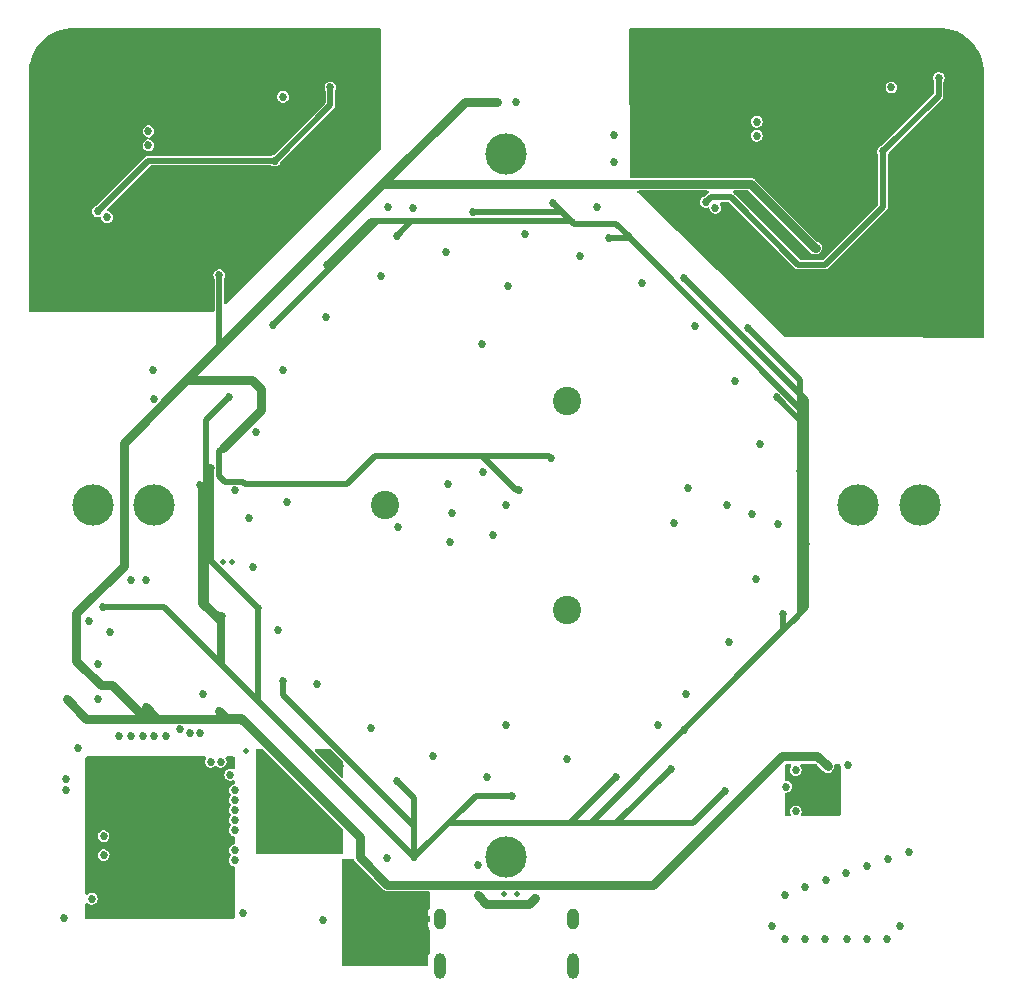
<source format=gbr>
%TF.GenerationSoftware,KiCad,Pcbnew,(6.0.8)*%
%TF.CreationDate,2022-10-28T16:32:11+02:00*%
%TF.ProjectId,view_base,76696577-5f62-4617-9365-2e6b69636164,rev?*%
%TF.SameCoordinates,Original*%
%TF.FileFunction,Copper,L3,Inr*%
%TF.FilePolarity,Positive*%
%FSLAX46Y46*%
G04 Gerber Fmt 4.6, Leading zero omitted, Abs format (unit mm)*
G04 Created by KiCad (PCBNEW (6.0.8)) date 2022-10-28 16:32:11*
%MOMM*%
%LPD*%
G01*
G04 APERTURE LIST*
%TA.AperFunction,ComponentPad*%
%ADD10C,0.600000*%
%TD*%
%TA.AperFunction,ComponentPad*%
%ADD11C,2.400000*%
%TD*%
%TA.AperFunction,ComponentPad*%
%ADD12C,3.500000*%
%TD*%
%TA.AperFunction,ComponentPad*%
%ADD13O,1.000000X2.200000*%
%TD*%
%TA.AperFunction,ComponentPad*%
%ADD14O,1.000000X1.800000*%
%TD*%
%TA.AperFunction,ViaPad*%
%ADD15C,0.685800*%
%TD*%
%TA.AperFunction,ViaPad*%
%ADD16C,0.500000*%
%TD*%
%TA.AperFunction,Conductor*%
%ADD17C,0.508000*%
%TD*%
%TA.AperFunction,Conductor*%
%ADD18C,0.762000*%
%TD*%
G04 APERTURE END LIST*
D10*
%TO.N,GND*%
%TO.C,U5*%
X125450000Y-124675000D03*
X125450000Y-123675000D03*
X126450000Y-123675000D03*
X126450000Y-124675000D03*
%TD*%
D11*
%TO.N,unconnected-(H3-Pad1)*%
%TO.C,H3*%
X105125427Y-91122500D03*
%TD*%
%TO.N,unconnected-(H1-Pad1)*%
%TO.C,H1*%
X105125427Y-108877499D03*
%TD*%
%TO.N,unconnected-(H2-Pad1)*%
%TO.C,H2*%
X89749146Y-100000000D03*
%TD*%
D12*
%TO.N,unconnected-(H4-Pad1)*%
%TO.C,H4*%
X100000000Y-129800000D03*
%TD*%
%TO.N,unconnected-(H5-Pad1)*%
%TO.C,H5*%
X70200000Y-100000000D03*
%TD*%
%TO.N,unconnected-(H6-Pad1)*%
%TO.C,H6*%
X100000000Y-70200000D03*
%TD*%
%TO.N,unconnected-(H7-Pad1)*%
%TO.C,H7*%
X129800000Y-100000000D03*
%TD*%
D13*
%TO.N,GND*%
%TO.C,J2*%
X94380000Y-139000000D03*
X105620000Y-139000000D03*
D14*
X105620000Y-135000000D03*
X94380000Y-135000000D03*
%TD*%
D12*
%TO.N,unconnected-(H8-Pad1)*%
%TO.C,H8*%
X135000000Y-100000000D03*
%TD*%
%TO.N,unconnected-(H9-Pad1)*%
%TO.C,H9*%
X65000000Y-100000000D03*
%TD*%
D15*
%TO.N,GND*%
X85100000Y-121100000D03*
X85900000Y-122100000D03*
X81000000Y-124900000D03*
X79900000Y-123900000D03*
X80700000Y-128600000D03*
X79700000Y-128600000D03*
%TO.N,+5V*%
X113900000Y-122300000D03*
%TO.N,/IN2A+*%
X100000000Y-118562500D03*
%TO.N,GND*%
X114200000Y-101500000D03*
X120800000Y-100700000D03*
%TO.N,/AVDD*%
X115400000Y-98500000D03*
%TO.N,/IN2B+*%
X118662500Y-100000000D03*
%TO.N,/STRAIN2_DO*%
X109100000Y-70900000D03*
%TO.N,/STRAIN2_SCK*%
X109100000Y-68600000D03*
%TO.N,/STRAIN2_DO*%
X92100000Y-74800000D03*
%TO.N,/STRAIN2_SCK*%
X90000000Y-74700000D03*
X70100000Y-88500000D03*
%TO.N,/STRAIN2_DO*%
X70148676Y-90948676D03*
%TO.N,+3V3*%
X126200000Y-78199992D03*
%TO.N,GND*%
X123102088Y-83802085D03*
X121900000Y-82600000D03*
X124099996Y-84500001D03*
X127499997Y-84500000D03*
X139100002Y-83200007D03*
X139100000Y-81500000D03*
X114702087Y-75302083D03*
X119510408Y-80110408D03*
X120712489Y-81312489D03*
X113500000Y-74100000D03*
X115904167Y-76504158D03*
X117106245Y-77706248D03*
X118308324Y-78908331D03*
X112300003Y-64300006D03*
X112300001Y-71100002D03*
X112300000Y-62600000D03*
X112300007Y-65999999D03*
X112299998Y-67700003D03*
X112299995Y-69400002D03*
X120799994Y-60900003D03*
X114000000Y-60900001D03*
X112299996Y-60900001D03*
X122500000Y-60900000D03*
X119100001Y-60900007D03*
X117399996Y-60899999D03*
X115699997Y-60900000D03*
%TO.N,/STRAIN2_DO*%
X121200000Y-68699998D03*
%TO.N,/AVDD*%
X131899998Y-69999997D03*
%TO.N,GND*%
X127499996Y-60899999D03*
X130900000Y-60900006D03*
X137699997Y-61399998D03*
X132599993Y-60900002D03*
X124099995Y-60900000D03*
%TO.N,/AVDD*%
X136600000Y-63799999D03*
%TO.N,GND*%
X138799994Y-62800003D03*
X129199995Y-60899998D03*
X139100000Y-76400000D03*
%TO.N,/IN2B+*%
X117700001Y-74799999D03*
%TO.N,/AVDD*%
X116899999Y-74299997D03*
%TO.N,GND*%
X129200004Y-84500002D03*
X139100001Y-74699999D03*
X139099993Y-64500001D03*
X137700000Y-84500000D03*
X139099995Y-66200002D03*
X139099999Y-72999994D03*
X139099999Y-69600001D03*
X125799999Y-60900000D03*
X134299999Y-60899999D03*
X139099997Y-78099997D03*
X130899997Y-84499999D03*
%TO.N,/IN2A+*%
X132599999Y-64599999D03*
%TO.N,/STRAIN2_SCK*%
X121199999Y-67499999D03*
%TO.N,GND*%
X134300006Y-84499997D03*
X139099993Y-79800001D03*
X135999998Y-60899999D03*
X139099996Y-71300002D03*
X135999999Y-84499999D03*
X139099995Y-67900002D03*
%TO.N,/AVDD*%
X97900000Y-86300000D03*
X85100000Y-64600000D03*
%TO.N,GND*%
X77100000Y-80500000D03*
X79697917Y-77702084D03*
X80893759Y-76506246D03*
X83297917Y-74102084D03*
X82095839Y-75304161D03*
X84493759Y-72906246D03*
X86897917Y-70502084D03*
X85695839Y-71704161D03*
X88100000Y-69299999D03*
X88100000Y-67600003D03*
X88100000Y-64199999D03*
X88100000Y-62500003D03*
X84700000Y-60800000D03*
X86400000Y-60800000D03*
X88099998Y-60800001D03*
X79600000Y-60800000D03*
X81300000Y-60800000D03*
X84700000Y-60800000D03*
X82999998Y-60800001D03*
X76200000Y-60800000D03*
X79600000Y-60800000D03*
X77899998Y-60800001D03*
X71100000Y-60800000D03*
X74500000Y-60800000D03*
X72799998Y-60800001D03*
X69400000Y-60800000D03*
X66000000Y-60800000D03*
X67699998Y-60800001D03*
X64300000Y-60800000D03*
X62600000Y-61100000D03*
X60700000Y-63900000D03*
X61200000Y-62200000D03*
X60700000Y-65600000D03*
X60700000Y-69000000D03*
X60700000Y-67300000D03*
X60700000Y-70700000D03*
X60700000Y-74100000D03*
X60700000Y-72400000D03*
X60700000Y-75800000D03*
X62900000Y-82300000D03*
X64600000Y-82300000D03*
X68000000Y-82300000D03*
X69700000Y-82300000D03*
X71400000Y-82300000D03*
X73100000Y-82300000D03*
X74800000Y-82300000D03*
%TO.N,/IN1A+*%
X100100000Y-81437500D03*
%TO.N,/IN1B+*%
X81437500Y-99700000D03*
X66200000Y-75600000D03*
%TO.N,/IN1A+*%
X81100000Y-65400000D03*
%TO.N,/AVDD*%
X80400000Y-70800000D03*
X65400000Y-75100000D03*
%TO.N,/STRAIN1_DO*%
X62700000Y-123200000D03*
%TO.N,/STRAIN1_SCK*%
X62700000Y-124100000D03*
%TO.N,/STRAIN1_DO*%
X69700000Y-69500000D03*
%TO.N,/STRAIN1_SCK*%
X69700000Y-68300000D03*
%TO.N,+3V3*%
X75700000Y-80500000D03*
%TO.N,GND*%
X77700000Y-134500000D03*
X63700000Y-120500000D03*
D16*
X77947813Y-120784827D03*
D15*
%TO.N,+3V3*%
X99200000Y-65800000D03*
%TO.N,GND*%
X100800000Y-65800000D03*
%TO.N,/SDA*%
X69500000Y-106300000D03*
%TO.N,/SCL*%
X68200000Y-106300000D03*
%TO.N,/LED_DATA_5V*%
X66400000Y-110700000D03*
D16*
%TO.N,/SCL*%
X76800000Y-104800000D03*
%TO.N,/SDA*%
X76000000Y-104800000D03*
D15*
%TO.N,/MAG_DO*%
X90800000Y-101800000D03*
X78200000Y-101100000D03*
%TO.N,+5V*%
X65875000Y-108625000D03*
X118500000Y-124200000D03*
X78950000Y-108700000D03*
X75900000Y-109400000D03*
X74100000Y-98250000D03*
X74950000Y-96850000D03*
X76550000Y-90800000D03*
X80200000Y-84750000D03*
X84850000Y-79600000D03*
X90750000Y-77150000D03*
X97200000Y-75150000D03*
X103950000Y-74350000D03*
X108700000Y-77350000D03*
X115000000Y-80700000D03*
X120500000Y-84950000D03*
X122900000Y-90850000D03*
X124900000Y-97100000D03*
X125400000Y-103300000D03*
X123450000Y-109200000D03*
X115000000Y-119000000D03*
X109300000Y-122950000D03*
X100500000Y-124603600D03*
X90750000Y-123300000D03*
X81100000Y-114900000D03*
%TO.N,GND*%
X107700000Y-74750000D03*
X65900000Y-124449999D03*
X66250000Y-132050000D03*
X68050000Y-132050000D03*
X69850000Y-132050000D03*
X71650000Y-132050000D03*
X75249999Y-132050000D03*
X73450000Y-132050000D03*
X75900000Y-129099999D03*
X75900000Y-127300000D03*
X75900000Y-125499999D03*
X75900000Y-123700000D03*
X74900000Y-122650000D03*
X71100000Y-122650000D03*
X69500000Y-122650000D03*
X67700000Y-122650000D03*
X65900000Y-122650000D03*
X72350000Y-129150000D03*
X70700000Y-129150000D03*
X69050000Y-129150000D03*
X69050000Y-127500000D03*
X70700000Y-127500000D03*
X72350000Y-127500000D03*
X72350000Y-125850000D03*
X70700000Y-125850000D03*
X69050000Y-125850000D03*
X127800000Y-122800000D03*
X127319400Y-125544400D03*
%TO.N,/USB_D-*%
X97600000Y-130400000D03*
D16*
%TO.N,/USB_D+*%
X100900000Y-132900000D03*
X99800000Y-132900000D03*
D15*
%TO.N,GND*%
X89900000Y-129850000D03*
X91500000Y-138100000D03*
X89900000Y-138100000D03*
X88300000Y-138100000D03*
X91500000Y-136800000D03*
X89900000Y-136800000D03*
X88300000Y-136800000D03*
%TO.N,+3V3*%
X127200000Y-122100000D03*
X87600000Y-129800000D03*
%TO.N,+5V*%
X92200000Y-129800000D03*
X102400000Y-133200000D03*
X97600000Y-133000000D03*
%TO.N,/TMC_VL*%
X77000000Y-124950000D03*
%TO.N,/TMC_DIAG*%
X77000000Y-124100000D03*
%TO.N,/TMC_WL*%
X77000000Y-125800000D03*
%TO.N,/TMC_UL*%
X77000000Y-126650000D03*
%TO.N,/TMC_WH*%
X77000000Y-127500000D03*
%TO.N,/TMC_VH*%
X77000000Y-129200000D03*
%TO.N,/TMC_UH*%
X77000000Y-130050000D03*
%TO.N,GND*%
X133300000Y-135600000D03*
X132200000Y-136700000D03*
X130500000Y-136700000D03*
X128800000Y-136700000D03*
X127000000Y-136700000D03*
X125300000Y-136700000D03*
X123600000Y-136700000D03*
X122500000Y-135600000D03*
X128900000Y-122000000D03*
%TO.N,Net-(J3-Pad1)*%
X124500000Y-125900000D03*
%TO.N,Net-(J3-Pad3)*%
X124500000Y-122400000D03*
%TO.N,Net-(J3-Pad2)*%
X123700000Y-123800000D03*
%TO.N,/TMC_UH*%
X123600000Y-132975000D03*
%TO.N,/TMC_WL*%
X130500000Y-130525000D03*
%TO.N,/TMC_DIAG*%
X134050000Y-129325000D03*
%TO.N,/TMC_VL*%
X132275000Y-129925000D03*
%TO.N,/TMC_UL*%
X128775000Y-131125000D03*
%TO.N,/TMC_WH*%
X127075000Y-131725000D03*
%TO.N,/TMC_VH*%
X125300000Y-132325000D03*
%TO.N,+3V3*%
X103800000Y-96000000D03*
%TO.N,GND*%
X93775000Y-121175000D03*
X98400000Y-123000000D03*
X105125000Y-121450000D03*
X112850000Y-118600000D03*
X115225000Y-116000000D03*
X118850000Y-111550000D03*
X121175000Y-106200000D03*
X123000000Y-101600000D03*
X121475000Y-94825000D03*
X119375000Y-89425000D03*
X115975000Y-84775000D03*
X111500000Y-81125000D03*
X106225000Y-78850000D03*
X101600000Y-77000000D03*
X94875000Y-78525000D03*
X89400000Y-80600000D03*
X84725000Y-84050000D03*
X81125000Y-88500000D03*
X78800000Y-93800000D03*
X77000000Y-98700000D03*
X83975000Y-115150000D03*
X88500000Y-118850000D03*
X80625000Y-110550000D03*
X78525000Y-105200000D03*
X64675000Y-109750000D03*
%TO.N,+3V3*%
X69500000Y-117100000D03*
X62800000Y-116400000D03*
%TO.N,/MAG_CSN*%
X95200000Y-103100000D03*
%TO.N,/MAG_CLK*%
X95400000Y-100600000D03*
%TO.N,/MAG_DO*%
X95100000Y-98200000D03*
%TO.N,+3V3*%
X75700000Y-117400000D03*
%TO.N,GND*%
X74300000Y-116000000D03*
%TO.N,/ESP32_EN*%
X84500000Y-135100000D03*
%TO.N,GND*%
X62549999Y-134950001D03*
%TO.N,/SCL*%
X65400000Y-113400000D03*
%TO.N,/SDA*%
X65400000Y-116400000D03*
%TO.N,/USB_D-*%
X71200000Y-119500000D03*
%TO.N,/USB_D+*%
X70200000Y-119500000D03*
%TO.N,/MAG_CSN*%
X69200000Y-119500000D03*
%TO.N,/MAG_CLK*%
X68187697Y-119500000D03*
%TO.N,/MAG_DO*%
X67200000Y-119500000D03*
%TO.N,Net-(IC1-Pad12)*%
X98900000Y-102500000D03*
%TO.N,Net-(IC1-Pad2)*%
X98000000Y-97200000D03*
%TO.N,+3V3*%
X101088059Y-98691400D03*
%TO.N,GND*%
X100000000Y-100000000D03*
%TO.N,/LCD_BL*%
X72400000Y-118900000D03*
%TO.N,/LCD_CMD*%
X73212303Y-119274606D03*
%TO.N,/LCD_CS*%
X74100000Y-119274606D03*
%TO.N,/LCD_SCK*%
X75000000Y-121700000D03*
%TO.N,/LCD_DATA*%
X75812303Y-121700000D03*
%TO.N,/LCD_RST*%
X76624606Y-122800000D03*
%TO.N,/ESP32_EN*%
X64900000Y-133300000D03*
%TO.N,Net-(TP3-Pad1)*%
X65900000Y-128000000D03*
%TO.N,Net-(TP4-Pad1)*%
X65900000Y-129600000D03*
%TD*%
D17*
%TO.N,+5V*%
X115800000Y-126900000D02*
X109200000Y-126900000D01*
X109200000Y-126900000D02*
X95100000Y-126900000D01*
X113900000Y-122300000D02*
X109300000Y-126900000D01*
X109300000Y-126900000D02*
X109200000Y-126900000D01*
%TO.N,+3V3*%
X103800000Y-96000000D02*
X103600000Y-95800000D01*
X103600000Y-95800000D02*
X97900000Y-95800000D01*
%TO.N,+5V*%
X97403600Y-124596400D02*
X92200000Y-129800000D01*
X100500000Y-124603600D02*
X100492800Y-124596400D01*
X100492800Y-124596400D02*
X97403600Y-124596400D01*
%TO.N,/AVDD*%
X116899999Y-74299997D02*
X117299996Y-73900000D01*
X119000000Y-73900000D02*
X124700000Y-79600000D01*
X124700000Y-79600000D02*
X127000000Y-79600000D01*
X117299996Y-73900000D02*
X119000000Y-73900000D01*
X127000000Y-79600000D02*
X131899998Y-74700002D01*
X131899998Y-74700002D02*
X131899998Y-69999997D01*
X131899998Y-69999997D02*
X136600000Y-65299995D01*
X136600000Y-65299995D02*
X136600000Y-63799999D01*
D18*
%TO.N,+3V3*%
X126200000Y-78199992D02*
X126099992Y-78199992D01*
X89500000Y-72800000D02*
X89150000Y-73150000D01*
X126099992Y-78199992D02*
X120700000Y-72800000D01*
X120700000Y-72800000D02*
X89500000Y-72800000D01*
X75600000Y-86700000D02*
X89150000Y-73150000D01*
X89150000Y-73150000D02*
X96500000Y-65800000D01*
X72900000Y-89400000D02*
X75600000Y-86700000D01*
D17*
X75700000Y-80500000D02*
X75700000Y-86600000D01*
X75700000Y-86600000D02*
X75600000Y-86700000D01*
%TO.N,/AVDD*%
X80400000Y-70800000D02*
X85100000Y-66100000D01*
X85100000Y-66100000D02*
X85100000Y-64600000D01*
%TO.N,+3V3*%
X76000000Y-95100000D02*
X75700000Y-95400000D01*
X75700000Y-97500000D02*
X76176100Y-97976100D01*
X75700000Y-95400000D02*
X75700000Y-97500000D01*
X76176100Y-97976100D02*
X77676100Y-97976100D01*
X77676100Y-97976100D02*
X77900000Y-98200000D01*
X77900000Y-98200000D02*
X86500000Y-98200000D01*
X86500000Y-98200000D02*
X88900000Y-95800000D01*
X88900000Y-95800000D02*
X97900000Y-95800000D01*
%TO.N,/AVDD*%
X65400000Y-75100000D02*
X69700000Y-70800000D01*
X69700000Y-70800000D02*
X80400000Y-70800000D01*
D18*
%TO.N,+3V3*%
X78100000Y-118600000D02*
X77500000Y-118000000D01*
X77500000Y-118000000D02*
X76300000Y-118000000D01*
X76300000Y-118000000D02*
X75700000Y-117400000D01*
X78100000Y-118600000D02*
X77549100Y-118049100D01*
X77549100Y-118049100D02*
X72150900Y-118049100D01*
X87600000Y-129800000D02*
X87600000Y-128100000D01*
X87600000Y-128100000D02*
X78100000Y-118600000D01*
X96500000Y-65800000D02*
X99200000Y-65800000D01*
D17*
X97900000Y-95800000D02*
X100791400Y-98691400D01*
X100791400Y-98691400D02*
X101088059Y-98691400D01*
D18*
X79200000Y-90100000D02*
X79200000Y-90900000D01*
X78500000Y-89400000D02*
X79200000Y-90100000D01*
X79200000Y-90900000D02*
X79200000Y-91900000D01*
X79200000Y-91900000D02*
X76000000Y-95100000D01*
X78500000Y-89400000D02*
X72900000Y-89400000D01*
X72900000Y-89400000D02*
X67600000Y-94700000D01*
X67600000Y-94700000D02*
X67600000Y-105100000D01*
X67600000Y-105100000D02*
X63600000Y-109100000D01*
X66601800Y-115200000D02*
X69450900Y-118049100D01*
X63600000Y-109100000D02*
X63600000Y-113160100D01*
X63600000Y-113160100D02*
X65639900Y-115200000D01*
X65639900Y-115200000D02*
X66601800Y-115200000D01*
D17*
%TO.N,+5V*%
X74600000Y-108300000D02*
X75700000Y-109400000D01*
X75700000Y-109400000D02*
X75900000Y-109400000D01*
X74600000Y-92750000D02*
X74600000Y-108300000D01*
X76550000Y-90800000D02*
X74600000Y-92750000D01*
X76500000Y-90800000D02*
X76550000Y-90800000D01*
D18*
%TO.N,+3V3*%
X72150900Y-118049100D02*
X69450900Y-118049100D01*
X69450900Y-118049100D02*
X64449100Y-118049100D01*
%TO.N,+5V*%
X100568214Y-133701000D02*
X100567214Y-133700000D01*
X100132786Y-133700000D02*
X100131786Y-133701000D01*
D17*
X74150000Y-108300000D02*
X75750000Y-109900000D01*
X89014536Y-75935464D02*
X89414536Y-75935464D01*
X105535464Y-75935464D02*
X105750000Y-76150000D01*
X110450000Y-77300000D02*
X110450000Y-77350000D01*
X125400000Y-92300000D02*
X125400000Y-93350000D01*
X124900000Y-109100000D02*
X124400000Y-109600000D01*
D18*
X102400000Y-133200000D02*
X101899000Y-133701000D01*
X100567214Y-133700000D02*
X100132786Y-133700000D01*
X101899000Y-133701000D02*
X100568214Y-133701000D01*
X100131786Y-133701000D02*
X98301000Y-133701000D01*
X98301000Y-133701000D02*
X97600000Y-133000000D01*
D17*
X65875000Y-108625000D02*
X71025000Y-108625000D01*
X71025000Y-108625000D02*
X75750000Y-113350000D01*
X74100000Y-98250000D02*
X74150000Y-98300000D01*
X75750000Y-109900000D02*
X75750000Y-113350000D01*
X74150000Y-98300000D02*
X74150000Y-108300000D01*
X75750000Y-113350000D02*
X92200000Y-129800000D01*
X78950000Y-108700000D02*
X74950000Y-104700000D01*
X74950000Y-104700000D02*
X74950000Y-96850000D01*
X88514536Y-75935464D02*
X89414536Y-75935464D01*
X80200000Y-84750000D02*
X89014536Y-75935464D01*
X89414536Y-75935464D02*
X91964536Y-75935464D01*
X84850000Y-79600000D02*
X88514536Y-75935464D01*
X90750000Y-77150000D02*
X91964536Y-75935464D01*
X91964536Y-75935464D02*
X105535464Y-75935464D01*
X97200000Y-75150000D02*
X104750000Y-75150000D01*
X104750000Y-75150000D02*
X105750000Y-76150000D01*
X103950000Y-74350000D02*
X105750000Y-76150000D01*
X105750000Y-76150000D02*
X109300000Y-76150000D01*
X109300000Y-76150000D02*
X110450000Y-77300000D01*
X125400000Y-91100000D02*
X125400000Y-92300000D01*
X108700000Y-77350000D02*
X110450000Y-77350000D01*
X110450000Y-77350000D02*
X125400000Y-92300000D01*
X115000000Y-80700000D02*
X125400000Y-91100000D01*
X120500000Y-84950000D02*
X124900000Y-89350000D01*
X124900000Y-89350000D02*
X124900000Y-97100000D01*
X122900000Y-90850000D02*
X125400000Y-93350000D01*
X125400000Y-93350000D02*
X125400000Y-103300000D01*
X125400000Y-108600000D02*
X124400000Y-109600000D01*
X124400000Y-109600000D02*
X123450000Y-110550000D01*
X124900000Y-97100000D02*
X124900000Y-109100000D01*
X125400000Y-103300000D02*
X125400000Y-108600000D01*
X118500000Y-124200000D02*
X115800000Y-126900000D01*
X123450000Y-109200000D02*
X123450000Y-110550000D01*
X123450000Y-110550000D02*
X107150000Y-126850000D01*
X81100000Y-114900000D02*
X81100000Y-116050000D01*
X81100000Y-116050000D02*
X92200000Y-127150000D01*
X109300000Y-122950000D02*
X105400000Y-126850000D01*
X75900000Y-109400000D02*
X75900000Y-113500000D01*
X78950000Y-108700000D02*
X78950000Y-116550000D01*
X90750000Y-123300000D02*
X92200000Y-124750000D01*
X92200000Y-124750000D02*
X92200000Y-129800000D01*
D18*
%TO.N,+3V3*%
X72150900Y-118049100D02*
X70449100Y-118049100D01*
X64449100Y-118049100D02*
X62800000Y-116400000D01*
X70449100Y-118049100D02*
X69500000Y-117100000D01*
X87600000Y-129800000D02*
X89900000Y-132100000D01*
X89900000Y-132100000D02*
X112400000Y-132100000D01*
X112400000Y-132100000D02*
X123300000Y-121200000D01*
X123300000Y-121200000D02*
X126300000Y-121200000D01*
X126300000Y-121200000D02*
X127200000Y-122100000D01*
%TD*%
%TA.AperFunction,Conductor*%
%TO.N,GND*%
G36*
X124071993Y-121920002D02*
G01*
X124118486Y-121973658D01*
X124128590Y-122043932D01*
X124098315Y-122109406D01*
X124083372Y-122126326D01*
X124079558Y-122134449D01*
X124079557Y-122134451D01*
X124055158Y-122186419D01*
X124023307Y-122254260D01*
X124001563Y-122393910D01*
X124002727Y-122402812D01*
X124002727Y-122402815D01*
X124015648Y-122501622D01*
X124019889Y-122534050D01*
X124076810Y-122663413D01*
X124167751Y-122771600D01*
X124175222Y-122776573D01*
X124175223Y-122776574D01*
X124277928Y-122844941D01*
X124277931Y-122844942D01*
X124285401Y-122849915D01*
X124293965Y-122852591D01*
X124293968Y-122852592D01*
X124352852Y-122870989D01*
X124420303Y-122892062D01*
X124561612Y-122894652D01*
X124618319Y-122879192D01*
X124689309Y-122859838D01*
X124689311Y-122859837D01*
X124697968Y-122857477D01*
X124818409Y-122783526D01*
X124829204Y-122771600D01*
X124907226Y-122685403D01*
X124907227Y-122685402D01*
X124913254Y-122678743D01*
X124917353Y-122670284D01*
X124970963Y-122559632D01*
X124970963Y-122559631D01*
X124974877Y-122551553D01*
X124998325Y-122412179D01*
X124998474Y-122400000D01*
X124978438Y-122260095D01*
X124919941Y-122131437D01*
X124899960Y-122108248D01*
X124870646Y-122043586D01*
X124880945Y-121973340D01*
X124927587Y-121919813D01*
X124995413Y-121900000D01*
X126196155Y-121900000D01*
X126264276Y-121920002D01*
X126285250Y-121936905D01*
X126849967Y-122501622D01*
X126936632Y-122567404D01*
X127072028Y-122621010D01*
X127216852Y-122636231D01*
X127225319Y-122634799D01*
X127225320Y-122634799D01*
X127301539Y-122621908D01*
X127360435Y-122611947D01*
X127455093Y-122567404D01*
X127484428Y-122553600D01*
X127484429Y-122553599D01*
X127492197Y-122549944D01*
X127498695Y-122544335D01*
X127498698Y-122544333D01*
X127595931Y-122460403D01*
X127595933Y-122460401D01*
X127602432Y-122454791D01*
X127683018Y-122333500D01*
X127728018Y-122195005D01*
X127734116Y-122049511D01*
X127732154Y-122041145D01*
X127731843Y-122037857D01*
X127745346Y-121968156D01*
X127794389Y-121916820D01*
X127857284Y-121900000D01*
X128174000Y-121900000D01*
X128242121Y-121920002D01*
X128288614Y-121973658D01*
X128300000Y-122026000D01*
X128300000Y-126174000D01*
X128279998Y-126242121D01*
X128226342Y-126288614D01*
X128174000Y-126300000D01*
X125055561Y-126300000D01*
X124987440Y-126279998D01*
X124940947Y-126226342D01*
X124930843Y-126156068D01*
X124942169Y-126119062D01*
X124970963Y-126059632D01*
X124970963Y-126059631D01*
X124974877Y-126051553D01*
X124998325Y-125912179D01*
X124998474Y-125900000D01*
X124978438Y-125760095D01*
X124919941Y-125631437D01*
X124827684Y-125524368D01*
X124709086Y-125447497D01*
X124692411Y-125442510D01*
X124582280Y-125409573D01*
X124582278Y-125409573D01*
X124573679Y-125407001D01*
X124564704Y-125406946D01*
X124564703Y-125406946D01*
X124503989Y-125406575D01*
X124432349Y-125406138D01*
X124296458Y-125444976D01*
X124176929Y-125520393D01*
X124083372Y-125626326D01*
X124079558Y-125634449D01*
X124079557Y-125634451D01*
X124050512Y-125696316D01*
X124023307Y-125754260D01*
X124001563Y-125893910D01*
X124002727Y-125902812D01*
X124002727Y-125902815D01*
X124003316Y-125907317D01*
X124019889Y-126034050D01*
X124031146Y-126059632D01*
X124059140Y-126123254D01*
X124068268Y-126193661D01*
X124037881Y-126257826D01*
X123977628Y-126295377D01*
X123943811Y-126300000D01*
X123726000Y-126300000D01*
X123657879Y-126279998D01*
X123611386Y-126226342D01*
X123600000Y-126174000D01*
X123600000Y-124420021D01*
X123620002Y-124351900D01*
X123673658Y-124305407D01*
X123728308Y-124294042D01*
X123752634Y-124294488D01*
X123752638Y-124294488D01*
X123761612Y-124294652D01*
X123818319Y-124279192D01*
X123889309Y-124259838D01*
X123889311Y-124259837D01*
X123897968Y-124257477D01*
X124018409Y-124183526D01*
X124113254Y-124078743D01*
X124120682Y-124063413D01*
X124170963Y-123959632D01*
X124170963Y-123959631D01*
X124174877Y-123951553D01*
X124198325Y-123812179D01*
X124198474Y-123800000D01*
X124178438Y-123660095D01*
X124119941Y-123531437D01*
X124027684Y-123424368D01*
X123909086Y-123347497D01*
X123900486Y-123344925D01*
X123782280Y-123309573D01*
X123782278Y-123309573D01*
X123773679Y-123307001D01*
X123764704Y-123306946D01*
X123764703Y-123306946D01*
X123725230Y-123306705D01*
X123657233Y-123286287D01*
X123611069Y-123232348D01*
X123600000Y-123180707D01*
X123600000Y-122026000D01*
X123620002Y-121957879D01*
X123673658Y-121911386D01*
X123726000Y-121900000D01*
X124003872Y-121900000D01*
X124071993Y-121920002D01*
G37*
%TD.AperFunction*%
%TD*%
%TA.AperFunction,Conductor*%
%TO.N,GND*%
G36*
X74535925Y-121270002D02*
G01*
X74582418Y-121323658D01*
X74592522Y-121393932D01*
X74581859Y-121429548D01*
X74523307Y-121554260D01*
X74501563Y-121693910D01*
X74502727Y-121702812D01*
X74502727Y-121702815D01*
X74503316Y-121707317D01*
X74519889Y-121834050D01*
X74576810Y-121963413D01*
X74667751Y-122071600D01*
X74675222Y-122076573D01*
X74675223Y-122076574D01*
X74777928Y-122144941D01*
X74777931Y-122144942D01*
X74785401Y-122149915D01*
X74793965Y-122152591D01*
X74793968Y-122152592D01*
X74852852Y-122170989D01*
X74920303Y-122192062D01*
X75061612Y-122194652D01*
X75118319Y-122179192D01*
X75189309Y-122159838D01*
X75189311Y-122159837D01*
X75197968Y-122157477D01*
X75318409Y-122083526D01*
X75324431Y-122076873D01*
X75325643Y-122075867D01*
X75390833Y-122047745D01*
X75460877Y-122059330D01*
X75479797Y-122071986D01*
X75480054Y-122071600D01*
X75590231Y-122144941D01*
X75590234Y-122144942D01*
X75597704Y-122149915D01*
X75606268Y-122152591D01*
X75606271Y-122152592D01*
X75665155Y-122170989D01*
X75732606Y-122192062D01*
X75873915Y-122194652D01*
X75930622Y-122179192D01*
X76001612Y-122159838D01*
X76001614Y-122159837D01*
X76010271Y-122157477D01*
X76130712Y-122083526D01*
X76141507Y-122071600D01*
X76219529Y-121985403D01*
X76219530Y-121985402D01*
X76225557Y-121978743D01*
X76229656Y-121970284D01*
X76283266Y-121859632D01*
X76283266Y-121859631D01*
X76287180Y-121851553D01*
X76310628Y-121712179D01*
X76310777Y-121700000D01*
X76290741Y-121560095D01*
X76232244Y-121431437D01*
X76234741Y-121430302D01*
X76218843Y-121375734D01*
X76238989Y-121307656D01*
X76292743Y-121261276D01*
X76344843Y-121250000D01*
X76874000Y-121250000D01*
X76942121Y-121270002D01*
X76988614Y-121323658D01*
X77000000Y-121376000D01*
X77000000Y-122228723D01*
X76979998Y-122296844D01*
X76926342Y-122343337D01*
X76856068Y-122353441D01*
X76833879Y-122346872D01*
X76833692Y-122347497D01*
X76706886Y-122309573D01*
X76706884Y-122309573D01*
X76698285Y-122307001D01*
X76689310Y-122306946D01*
X76689309Y-122306946D01*
X76628595Y-122306575D01*
X76556955Y-122306138D01*
X76421064Y-122344976D01*
X76413477Y-122349763D01*
X76413475Y-122349764D01*
X76349519Y-122390117D01*
X76301535Y-122420393D01*
X76207978Y-122526326D01*
X76147913Y-122654260D01*
X76126169Y-122793910D01*
X76144495Y-122934050D01*
X76201416Y-123063413D01*
X76292357Y-123171600D01*
X76299828Y-123176573D01*
X76299829Y-123176574D01*
X76402534Y-123244941D01*
X76402537Y-123244942D01*
X76410007Y-123249915D01*
X76418571Y-123252591D01*
X76418574Y-123252592D01*
X76477458Y-123270988D01*
X76544909Y-123292062D01*
X76686218Y-123294652D01*
X76822574Y-123257477D01*
X76826276Y-123255204D01*
X76894422Y-123246794D01*
X76958400Y-123277573D01*
X76995582Y-123338055D01*
X77000000Y-123371128D01*
X77000000Y-123491769D01*
X76979998Y-123559890D01*
X76926342Y-123606383D01*
X76908625Y-123612918D01*
X76839626Y-123632638D01*
X76796458Y-123644976D01*
X76676929Y-123720393D01*
X76583372Y-123826326D01*
X76523307Y-123954260D01*
X76501563Y-124093910D01*
X76519889Y-124234050D01*
X76576810Y-124363413D01*
X76582585Y-124370283D01*
X76582588Y-124370288D01*
X76644915Y-124444435D01*
X76673436Y-124509451D01*
X76662280Y-124579565D01*
X76642906Y-124608917D01*
X76583372Y-124676326D01*
X76523307Y-124804260D01*
X76501563Y-124943910D01*
X76519889Y-125084050D01*
X76576810Y-125213413D01*
X76582585Y-125220283D01*
X76582588Y-125220288D01*
X76644915Y-125294435D01*
X76673436Y-125359451D01*
X76662280Y-125429565D01*
X76642906Y-125458917D01*
X76583372Y-125526326D01*
X76523307Y-125654260D01*
X76501563Y-125793910D01*
X76519889Y-125934050D01*
X76576810Y-126063413D01*
X76582585Y-126070283D01*
X76582588Y-126070288D01*
X76644915Y-126144435D01*
X76673436Y-126209451D01*
X76662280Y-126279565D01*
X76642906Y-126308917D01*
X76583372Y-126376326D01*
X76523307Y-126504260D01*
X76501563Y-126643910D01*
X76519889Y-126784050D01*
X76576810Y-126913413D01*
X76582585Y-126920283D01*
X76582588Y-126920288D01*
X76644915Y-126994435D01*
X76673436Y-127059451D01*
X76662280Y-127129565D01*
X76642906Y-127158917D01*
X76583372Y-127226326D01*
X76523307Y-127354260D01*
X76501563Y-127493910D01*
X76502727Y-127502812D01*
X76502727Y-127502815D01*
X76517984Y-127619485D01*
X76519889Y-127634050D01*
X76576810Y-127763413D01*
X76667751Y-127871600D01*
X76675222Y-127876573D01*
X76675223Y-127876574D01*
X76777928Y-127944941D01*
X76777931Y-127944942D01*
X76785401Y-127949915D01*
X76793965Y-127952591D01*
X76793968Y-127952592D01*
X76911575Y-127989335D01*
X76970631Y-128028741D01*
X76999008Y-128093820D01*
X77000000Y-128109602D01*
X77000000Y-128591769D01*
X76979998Y-128659890D01*
X76926342Y-128706383D01*
X76908625Y-128712918D01*
X76839626Y-128732638D01*
X76796458Y-128744976D01*
X76676929Y-128820393D01*
X76583372Y-128926326D01*
X76523307Y-129054260D01*
X76521927Y-129063124D01*
X76521926Y-129063127D01*
X76508437Y-129149764D01*
X76501563Y-129193910D01*
X76502727Y-129202812D01*
X76502727Y-129202815D01*
X76518725Y-129325151D01*
X76519889Y-129334050D01*
X76576810Y-129463413D01*
X76582585Y-129470283D01*
X76582588Y-129470288D01*
X76644915Y-129544435D01*
X76673436Y-129609451D01*
X76662280Y-129679565D01*
X76642906Y-129708917D01*
X76583372Y-129776326D01*
X76523307Y-129904260D01*
X76521927Y-129913124D01*
X76521926Y-129913127D01*
X76510234Y-129988222D01*
X76501563Y-130043910D01*
X76502727Y-130052812D01*
X76502727Y-130052815D01*
X76508198Y-130094652D01*
X76519889Y-130184050D01*
X76576810Y-130313413D01*
X76667751Y-130421600D01*
X76675222Y-130426573D01*
X76675223Y-130426574D01*
X76777928Y-130494941D01*
X76777931Y-130494942D01*
X76785401Y-130499915D01*
X76793965Y-130502591D01*
X76793968Y-130502592D01*
X76911575Y-130539335D01*
X76970631Y-130578741D01*
X76999008Y-130643820D01*
X77000000Y-130659602D01*
X77000000Y-134873500D01*
X76979998Y-134941621D01*
X76926342Y-134988114D01*
X76874000Y-134999500D01*
X64476000Y-134999500D01*
X64407879Y-134979498D01*
X64361386Y-134925842D01*
X64350000Y-134873500D01*
X64350000Y-133756878D01*
X64370002Y-133688757D01*
X64423658Y-133642264D01*
X64493932Y-133632160D01*
X64559982Y-133662947D01*
X64561976Y-133664729D01*
X64567751Y-133671600D01*
X64626576Y-133710758D01*
X64677928Y-133744941D01*
X64677931Y-133744942D01*
X64685401Y-133749915D01*
X64693965Y-133752591D01*
X64693968Y-133752592D01*
X64752852Y-133770989D01*
X64820303Y-133792062D01*
X64961612Y-133794652D01*
X65018319Y-133779192D01*
X65089309Y-133759838D01*
X65089311Y-133759837D01*
X65097968Y-133757477D01*
X65158189Y-133720501D01*
X65210761Y-133688222D01*
X65210762Y-133688222D01*
X65218409Y-133683526D01*
X65255758Y-133642264D01*
X65307226Y-133585403D01*
X65307227Y-133585402D01*
X65313254Y-133578743D01*
X65320682Y-133563413D01*
X65370963Y-133459632D01*
X65370963Y-133459631D01*
X65374877Y-133451553D01*
X65398325Y-133312179D01*
X65398474Y-133300000D01*
X65378438Y-133160095D01*
X65319941Y-133031437D01*
X65227684Y-132924368D01*
X65109086Y-132847497D01*
X65092411Y-132842510D01*
X64982280Y-132809573D01*
X64982278Y-132809573D01*
X64973679Y-132807001D01*
X64964704Y-132806946D01*
X64964703Y-132806946D01*
X64903989Y-132806575D01*
X64832349Y-132806138D01*
X64696458Y-132844976D01*
X64576929Y-132920393D01*
X64570986Y-132927122D01*
X64570985Y-132927123D01*
X64570440Y-132927740D01*
X64569748Y-132928175D01*
X64564151Y-132932939D01*
X64563463Y-132932131D01*
X64510353Y-132965557D01*
X64439360Y-132964886D01*
X64379999Y-132925939D01*
X64351118Y-132861082D01*
X64350000Y-132844331D01*
X64350000Y-129593910D01*
X65401563Y-129593910D01*
X65402727Y-129602812D01*
X65402727Y-129602815D01*
X65418725Y-129725151D01*
X65419889Y-129734050D01*
X65476810Y-129863413D01*
X65567751Y-129971600D01*
X65575222Y-129976573D01*
X65575223Y-129976574D01*
X65677928Y-130044941D01*
X65677931Y-130044942D01*
X65685401Y-130049915D01*
X65693965Y-130052591D01*
X65693968Y-130052592D01*
X65752852Y-130070989D01*
X65820303Y-130092062D01*
X65961612Y-130094652D01*
X66018319Y-130079192D01*
X66089309Y-130059838D01*
X66089311Y-130059837D01*
X66097968Y-130057477D01*
X66218409Y-129983526D01*
X66229204Y-129971600D01*
X66307226Y-129885403D01*
X66307227Y-129885402D01*
X66313254Y-129878743D01*
X66317353Y-129870284D01*
X66370963Y-129759632D01*
X66370963Y-129759631D01*
X66374877Y-129751553D01*
X66398325Y-129612179D01*
X66398474Y-129600000D01*
X66378438Y-129460095D01*
X66319941Y-129331437D01*
X66227684Y-129224368D01*
X66109086Y-129147497D01*
X66092411Y-129142510D01*
X65982280Y-129109573D01*
X65982278Y-129109573D01*
X65973679Y-129107001D01*
X65964704Y-129106946D01*
X65964703Y-129106946D01*
X65903989Y-129106575D01*
X65832349Y-129106138D01*
X65696458Y-129144976D01*
X65576929Y-129220393D01*
X65483372Y-129326326D01*
X65479558Y-129334449D01*
X65479557Y-129334451D01*
X65471528Y-129351553D01*
X65423307Y-129454260D01*
X65421927Y-129463124D01*
X65421926Y-129463127D01*
X65403180Y-129583526D01*
X65401563Y-129593910D01*
X64350000Y-129593910D01*
X64350000Y-127993910D01*
X65401563Y-127993910D01*
X65402727Y-128002812D01*
X65402727Y-128002815D01*
X65414628Y-128093820D01*
X65419889Y-128134050D01*
X65476810Y-128263413D01*
X65567751Y-128371600D01*
X65575222Y-128376573D01*
X65575223Y-128376574D01*
X65677928Y-128444941D01*
X65677931Y-128444942D01*
X65685401Y-128449915D01*
X65693965Y-128452591D01*
X65693968Y-128452592D01*
X65752852Y-128470989D01*
X65820303Y-128492062D01*
X65961612Y-128494652D01*
X66018319Y-128479192D01*
X66089309Y-128459838D01*
X66089311Y-128459837D01*
X66097968Y-128457477D01*
X66218409Y-128383526D01*
X66229204Y-128371600D01*
X66307226Y-128285403D01*
X66307227Y-128285402D01*
X66313254Y-128278743D01*
X66317353Y-128270284D01*
X66370963Y-128159632D01*
X66370963Y-128159631D01*
X66374877Y-128151553D01*
X66398325Y-128012179D01*
X66398474Y-128000000D01*
X66378438Y-127860095D01*
X66319941Y-127731437D01*
X66227684Y-127624368D01*
X66109086Y-127547497D01*
X66092411Y-127542510D01*
X65982280Y-127509573D01*
X65982278Y-127509573D01*
X65973679Y-127507001D01*
X65964704Y-127506946D01*
X65964703Y-127506946D01*
X65903989Y-127506575D01*
X65832349Y-127506138D01*
X65696458Y-127544976D01*
X65576929Y-127620393D01*
X65483372Y-127726326D01*
X65479558Y-127734449D01*
X65479557Y-127734451D01*
X65462734Y-127770284D01*
X65423307Y-127854260D01*
X65421927Y-127863124D01*
X65421926Y-127863127D01*
X65407236Y-127957477D01*
X65401563Y-127993910D01*
X64350000Y-127993910D01*
X64350000Y-121376000D01*
X64370002Y-121307879D01*
X64423658Y-121261386D01*
X64476000Y-121250000D01*
X74467804Y-121250000D01*
X74535925Y-121270002D01*
G37*
%TD.AperFunction*%
%TD*%
%TA.AperFunction,Conductor*%
%TO.N,GND*%
G36*
X89342121Y-59570502D02*
G01*
X89388614Y-59624158D01*
X89400000Y-59676500D01*
X89400000Y-69747810D01*
X89379998Y-69815931D01*
X89363095Y-69836905D01*
X76319595Y-82880405D01*
X76257283Y-82914431D01*
X76186468Y-82909366D01*
X76129632Y-82866819D01*
X76104821Y-82800299D01*
X76104500Y-82791310D01*
X76104500Y-80825726D01*
X76117108Y-80770788D01*
X76122113Y-80760459D01*
X76174877Y-80651553D01*
X76198325Y-80512179D01*
X76198474Y-80500000D01*
X76178438Y-80360095D01*
X76119941Y-80231437D01*
X76027684Y-80124368D01*
X75909086Y-80047497D01*
X75892411Y-80042510D01*
X75782280Y-80009573D01*
X75782278Y-80009573D01*
X75773679Y-80007001D01*
X75764704Y-80006946D01*
X75764703Y-80006946D01*
X75703989Y-80006575D01*
X75632349Y-80006138D01*
X75496458Y-80044976D01*
X75376929Y-80120393D01*
X75283372Y-80226326D01*
X75279558Y-80234449D01*
X75279557Y-80234451D01*
X75250512Y-80296316D01*
X75223307Y-80354260D01*
X75201563Y-80493910D01*
X75202727Y-80502812D01*
X75202727Y-80502815D01*
X75203316Y-80507317D01*
X75219889Y-80634050D01*
X75276810Y-80763413D01*
X75277574Y-80764322D01*
X75295500Y-80827042D01*
X75295500Y-83474000D01*
X75275498Y-83542121D01*
X75221842Y-83588614D01*
X75169500Y-83600000D01*
X59676501Y-83600000D01*
X59608380Y-83579998D01*
X59561887Y-83526342D01*
X59550501Y-83474000D01*
X59550501Y-75093910D01*
X64901563Y-75093910D01*
X64902727Y-75102812D01*
X64902727Y-75102815D01*
X64917984Y-75219485D01*
X64919889Y-75234050D01*
X64976810Y-75363413D01*
X65067751Y-75471600D01*
X65075222Y-75476573D01*
X65075223Y-75476574D01*
X65177928Y-75544941D01*
X65177931Y-75544942D01*
X65185401Y-75549915D01*
X65193965Y-75552591D01*
X65193968Y-75552592D01*
X65247931Y-75569451D01*
X65320303Y-75592062D01*
X65461612Y-75594652D01*
X65554048Y-75569451D01*
X65625030Y-75570831D01*
X65683999Y-75610368D01*
X65712125Y-75674676D01*
X65719889Y-75734050D01*
X65776810Y-75863413D01*
X65867751Y-75971600D01*
X65875222Y-75976573D01*
X65875223Y-75976574D01*
X65977928Y-76044941D01*
X65977931Y-76044942D01*
X65985401Y-76049915D01*
X65993965Y-76052591D01*
X65993968Y-76052592D01*
X66052852Y-76070989D01*
X66120303Y-76092062D01*
X66261612Y-76094652D01*
X66318319Y-76079192D01*
X66389309Y-76059838D01*
X66389311Y-76059837D01*
X66397968Y-76057477D01*
X66518409Y-75983526D01*
X66529204Y-75971600D01*
X66607226Y-75885403D01*
X66607227Y-75885402D01*
X66613254Y-75878743D01*
X66617353Y-75870284D01*
X66670963Y-75759632D01*
X66670963Y-75759631D01*
X66674877Y-75751553D01*
X66694681Y-75633841D01*
X66697518Y-75616976D01*
X66698325Y-75612179D01*
X66698474Y-75600000D01*
X66681794Y-75483526D01*
X66679711Y-75468981D01*
X66679710Y-75468978D01*
X66678438Y-75460095D01*
X66619941Y-75331437D01*
X66527684Y-75224368D01*
X66409086Y-75147497D01*
X66400486Y-75144925D01*
X66282280Y-75109573D01*
X66282278Y-75109573D01*
X66273679Y-75107001D01*
X66264704Y-75106946D01*
X66255823Y-75105619D01*
X66256174Y-75103270D01*
X66200495Y-75086546D01*
X66154334Y-75032604D01*
X66144665Y-74962269D01*
X66174556Y-74897872D01*
X66180174Y-74891876D01*
X69830645Y-71241405D01*
X69892957Y-71207379D01*
X69919740Y-71204500D01*
X80079074Y-71204500D01*
X80148893Y-71225613D01*
X80185401Y-71249915D01*
X80193965Y-71252591D01*
X80193968Y-71252592D01*
X80252852Y-71270989D01*
X80320303Y-71292062D01*
X80461612Y-71294652D01*
X80518319Y-71279192D01*
X80589309Y-71259838D01*
X80589311Y-71259837D01*
X80597968Y-71257477D01*
X80679561Y-71207379D01*
X80710761Y-71188222D01*
X80710762Y-71188222D01*
X80718409Y-71183526D01*
X80813254Y-71078743D01*
X80874877Y-70951553D01*
X80879195Y-70925887D01*
X80914354Y-70857696D01*
X85408535Y-66363514D01*
X85431326Y-66340723D01*
X85441457Y-66320840D01*
X85451784Y-66303987D01*
X85464905Y-66285929D01*
X85471801Y-66264704D01*
X85479367Y-66246438D01*
X85484997Y-66235388D01*
X85489498Y-66226555D01*
X85492989Y-66204513D01*
X85497605Y-66185287D01*
X85501435Y-66173500D01*
X85501435Y-66173498D01*
X85504500Y-66164066D01*
X85504500Y-64925726D01*
X85517108Y-64870788D01*
X85522113Y-64860459D01*
X85574877Y-64751553D01*
X85598325Y-64612179D01*
X85598474Y-64600000D01*
X85578438Y-64460095D01*
X85519941Y-64331437D01*
X85427684Y-64224368D01*
X85309086Y-64147497D01*
X85292411Y-64142510D01*
X85182280Y-64109573D01*
X85182278Y-64109573D01*
X85173679Y-64107001D01*
X85164704Y-64106946D01*
X85164703Y-64106946D01*
X85103989Y-64106575D01*
X85032349Y-64106138D01*
X84896458Y-64144976D01*
X84776929Y-64220393D01*
X84683372Y-64326326D01*
X84679558Y-64334449D01*
X84679557Y-64334451D01*
X84650512Y-64396316D01*
X84623307Y-64454260D01*
X84601563Y-64593910D01*
X84602727Y-64602812D01*
X84602727Y-64602815D01*
X84603316Y-64607317D01*
X84619889Y-64734050D01*
X84676810Y-64863413D01*
X84677574Y-64864322D01*
X84695500Y-64927042D01*
X84695500Y-65880261D01*
X84675498Y-65948382D01*
X84658595Y-65969356D01*
X80340679Y-70287271D01*
X80286209Y-70319325D01*
X80196458Y-70344976D01*
X80188868Y-70349765D01*
X80147189Y-70376062D01*
X80079954Y-70395500D01*
X69635934Y-70395500D01*
X69626501Y-70398565D01*
X69614714Y-70402395D01*
X69595483Y-70407012D01*
X69589363Y-70407981D01*
X69583244Y-70408950D01*
X69583243Y-70408950D01*
X69573445Y-70410502D01*
X69564610Y-70415004D01*
X69564606Y-70415005D01*
X69553557Y-70420635D01*
X69535295Y-70428199D01*
X69523503Y-70432031D01*
X69523501Y-70432032D01*
X69514071Y-70435096D01*
X69496017Y-70448213D01*
X69479160Y-70458543D01*
X69459277Y-70468674D01*
X69436489Y-70491462D01*
X69436485Y-70491465D01*
X65340679Y-74587271D01*
X65286209Y-74619325D01*
X65196458Y-74644976D01*
X65076929Y-74720393D01*
X64983372Y-74826326D01*
X64923307Y-74954260D01*
X64921927Y-74963124D01*
X64921926Y-74963127D01*
X64911109Y-75032604D01*
X64901563Y-75093910D01*
X59550501Y-75093910D01*
X59550501Y-69493910D01*
X69201563Y-69493910D01*
X69202727Y-69502812D01*
X69202727Y-69502815D01*
X69203316Y-69507317D01*
X69219889Y-69634050D01*
X69276810Y-69763413D01*
X69367751Y-69871600D01*
X69375222Y-69876573D01*
X69375223Y-69876574D01*
X69477928Y-69944941D01*
X69477931Y-69944942D01*
X69485401Y-69949915D01*
X69493965Y-69952591D01*
X69493968Y-69952592D01*
X69552852Y-69970989D01*
X69620303Y-69992062D01*
X69761612Y-69994652D01*
X69818319Y-69979192D01*
X69889309Y-69959838D01*
X69889311Y-69959837D01*
X69897968Y-69957477D01*
X70018409Y-69883526D01*
X70029204Y-69871600D01*
X70107226Y-69785403D01*
X70107227Y-69785402D01*
X70113254Y-69778743D01*
X70117353Y-69770284D01*
X70170963Y-69659632D01*
X70170963Y-69659631D01*
X70174877Y-69651553D01*
X70198325Y-69512179D01*
X70198474Y-69500000D01*
X70178438Y-69360095D01*
X70119941Y-69231437D01*
X70027684Y-69124368D01*
X69909086Y-69047497D01*
X69892411Y-69042510D01*
X69818867Y-69020515D01*
X69759334Y-68981833D01*
X69730164Y-68917105D01*
X69740620Y-68846883D01*
X69787381Y-68793460D01*
X69821827Y-68778236D01*
X69849564Y-68770673D01*
X69889309Y-68759838D01*
X69889311Y-68759837D01*
X69897968Y-68757477D01*
X70018409Y-68683526D01*
X70029204Y-68671600D01*
X70107226Y-68585403D01*
X70107227Y-68585402D01*
X70113254Y-68578743D01*
X70117353Y-68570284D01*
X70170963Y-68459632D01*
X70170963Y-68459631D01*
X70174877Y-68451553D01*
X70198325Y-68312179D01*
X70198474Y-68300000D01*
X70178438Y-68160095D01*
X70119941Y-68031437D01*
X70027684Y-67924368D01*
X69909086Y-67847497D01*
X69892411Y-67842510D01*
X69782280Y-67809573D01*
X69782278Y-67809573D01*
X69773679Y-67807001D01*
X69764704Y-67806946D01*
X69764703Y-67806946D01*
X69703989Y-67806575D01*
X69632349Y-67806138D01*
X69496458Y-67844976D01*
X69376929Y-67920393D01*
X69283372Y-68026326D01*
X69279558Y-68034449D01*
X69279557Y-68034451D01*
X69250512Y-68096316D01*
X69223307Y-68154260D01*
X69201563Y-68293910D01*
X69202727Y-68302812D01*
X69202727Y-68302815D01*
X69203316Y-68307317D01*
X69219889Y-68434050D01*
X69276810Y-68563413D01*
X69367751Y-68671600D01*
X69375222Y-68676573D01*
X69375223Y-68676574D01*
X69477928Y-68744941D01*
X69477931Y-68744942D01*
X69485401Y-68749915D01*
X69493965Y-68752591D01*
X69493968Y-68752592D01*
X69581766Y-68780022D01*
X69640822Y-68819428D01*
X69669199Y-68884507D01*
X69657886Y-68954597D01*
X69610477Y-69007444D01*
X69578817Y-69021438D01*
X69496458Y-69044976D01*
X69376929Y-69120393D01*
X69283372Y-69226326D01*
X69279558Y-69234449D01*
X69279557Y-69234451D01*
X69250512Y-69296316D01*
X69223307Y-69354260D01*
X69201563Y-69493910D01*
X59550501Y-69493910D01*
X59550501Y-65393910D01*
X80601563Y-65393910D01*
X80602727Y-65402812D01*
X80602727Y-65402815D01*
X80618725Y-65525151D01*
X80619889Y-65534050D01*
X80676810Y-65663413D01*
X80767751Y-65771600D01*
X80775222Y-65776573D01*
X80775223Y-65776574D01*
X80877928Y-65844941D01*
X80877931Y-65844942D01*
X80885401Y-65849915D01*
X80893965Y-65852591D01*
X80893968Y-65852592D01*
X80952852Y-65870989D01*
X81020303Y-65892062D01*
X81161612Y-65894652D01*
X81218319Y-65879192D01*
X81289309Y-65859838D01*
X81289311Y-65859837D01*
X81297968Y-65857477D01*
X81418409Y-65783526D01*
X81429204Y-65771600D01*
X81507226Y-65685403D01*
X81507227Y-65685402D01*
X81513254Y-65678743D01*
X81517353Y-65670284D01*
X81570963Y-65559632D01*
X81570963Y-65559631D01*
X81574877Y-65551553D01*
X81598325Y-65412179D01*
X81598474Y-65400000D01*
X81586585Y-65316981D01*
X81579711Y-65268981D01*
X81579710Y-65268978D01*
X81578438Y-65260095D01*
X81519941Y-65131437D01*
X81427684Y-65024368D01*
X81309086Y-64947497D01*
X81292411Y-64942510D01*
X81182280Y-64909573D01*
X81182278Y-64909573D01*
X81173679Y-64907001D01*
X81164704Y-64906946D01*
X81164703Y-64906946D01*
X81103989Y-64906575D01*
X81032349Y-64906138D01*
X80896458Y-64944976D01*
X80776929Y-65020393D01*
X80683372Y-65126326D01*
X80679558Y-65134449D01*
X80679557Y-65134451D01*
X80650512Y-65196316D01*
X80623307Y-65254260D01*
X80621927Y-65263124D01*
X80621926Y-65263127D01*
X80620548Y-65271982D01*
X80601563Y-65393910D01*
X59550501Y-65393910D01*
X59550501Y-63436402D01*
X59551517Y-63428684D01*
X59551517Y-63416021D01*
X59555810Y-63400000D01*
X59551518Y-63383980D01*
X59551518Y-63382396D01*
X59551670Y-63376217D01*
X59568733Y-63028866D01*
X59569945Y-63016560D01*
X59623559Y-62655125D01*
X59625968Y-62643010D01*
X59714754Y-62288556D01*
X59718344Y-62276725D01*
X59841443Y-61932688D01*
X59846174Y-61921264D01*
X60002399Y-61590953D01*
X60008228Y-61580048D01*
X60196079Y-61266639D01*
X60202949Y-61256358D01*
X60420610Y-60962875D01*
X60428454Y-60953317D01*
X60673836Y-60682580D01*
X60682580Y-60673836D01*
X60953318Y-60428454D01*
X60962876Y-60420610D01*
X61256358Y-60202948D01*
X61266639Y-60196078D01*
X61580048Y-60008228D01*
X61590953Y-60002399D01*
X61921265Y-59846173D01*
X61932689Y-59841441D01*
X62276726Y-59718343D01*
X62288558Y-59714754D01*
X62643011Y-59625968D01*
X62655117Y-59623561D01*
X63016566Y-59569944D01*
X63028860Y-59568734D01*
X63376262Y-59551667D01*
X63382439Y-59551515D01*
X63383977Y-59551515D01*
X63400001Y-59555809D01*
X63416024Y-59551516D01*
X63428686Y-59551516D01*
X63436403Y-59550500D01*
X89274000Y-59550500D01*
X89342121Y-59570502D01*
G37*
%TD.AperFunction*%
%TD*%
%TA.AperFunction,Conductor*%
%TO.N,GND*%
G36*
X136571316Y-59551516D02*
G01*
X136583979Y-59551516D01*
X136600000Y-59555809D01*
X136616020Y-59551517D01*
X136617604Y-59551517D01*
X136623783Y-59551669D01*
X136778929Y-59559290D01*
X136971139Y-59568733D01*
X136983435Y-59569943D01*
X137344884Y-59623560D01*
X137356990Y-59625967D01*
X137711443Y-59714753D01*
X137723275Y-59718343D01*
X138067312Y-59841442D01*
X138078736Y-59846173D01*
X138123628Y-59867405D01*
X138409052Y-60002400D01*
X138419953Y-60008227D01*
X138733362Y-60196078D01*
X138743643Y-60202948D01*
X139037125Y-60420609D01*
X139046683Y-60428453D01*
X139317421Y-60673835D01*
X139326165Y-60682579D01*
X139571547Y-60953317D01*
X139579391Y-60962875D01*
X139797052Y-61256357D01*
X139803922Y-61266638D01*
X139991773Y-61580047D01*
X139997602Y-61590952D01*
X140153827Y-61921264D01*
X140158558Y-61932688D01*
X140281657Y-62276725D01*
X140285247Y-62288556D01*
X140374033Y-62643010D01*
X140376442Y-62655125D01*
X140430056Y-63016560D01*
X140431268Y-63028866D01*
X140448331Y-63376217D01*
X140448483Y-63382396D01*
X140448483Y-63383980D01*
X140444191Y-63400000D01*
X140448484Y-63416021D01*
X140448484Y-63428684D01*
X140449500Y-63436402D01*
X140449500Y-85670304D01*
X140429498Y-85738425D01*
X140375842Y-85784918D01*
X140323171Y-85796304D01*
X130274300Y-85770085D01*
X123645158Y-85752789D01*
X123577092Y-85732609D01*
X123557390Y-85716870D01*
X117716527Y-80004500D01*
X111114368Y-73547581D01*
X111079652Y-73485651D01*
X111083929Y-73414783D01*
X111125841Y-73357478D01*
X111192081Y-73331929D01*
X111202467Y-73331500D01*
X117000566Y-73331500D01*
X117068687Y-73351502D01*
X117115180Y-73405158D01*
X117125284Y-73475432D01*
X117095790Y-73540012D01*
X117074629Y-73559435D01*
X117068111Y-73564171D01*
X117059273Y-73568674D01*
X117036485Y-73591462D01*
X117036481Y-73591465D01*
X116840678Y-73787268D01*
X116786208Y-73819322D01*
X116696457Y-73844973D01*
X116576928Y-73920390D01*
X116483371Y-74026323D01*
X116423306Y-74154257D01*
X116401562Y-74293907D01*
X116402726Y-74302809D01*
X116402726Y-74302812D01*
X116412538Y-74377841D01*
X116419888Y-74434047D01*
X116476809Y-74563410D01*
X116567750Y-74671597D01*
X116575221Y-74676570D01*
X116575222Y-74676571D01*
X116677927Y-74744938D01*
X116677930Y-74744939D01*
X116685400Y-74749912D01*
X116693964Y-74752588D01*
X116693967Y-74752589D01*
X116747930Y-74769448D01*
X116820302Y-74792059D01*
X116961611Y-74794649D01*
X117054047Y-74769448D01*
X117125030Y-74770828D01*
X117183999Y-74810365D01*
X117212125Y-74874672D01*
X117214646Y-74893951D01*
X117219890Y-74934049D01*
X117276811Y-75063412D01*
X117367752Y-75171599D01*
X117375223Y-75176572D01*
X117375224Y-75176573D01*
X117477929Y-75244940D01*
X117477932Y-75244941D01*
X117485402Y-75249914D01*
X117493966Y-75252590D01*
X117493969Y-75252591D01*
X117552853Y-75270987D01*
X117620304Y-75292061D01*
X117761613Y-75294651D01*
X117818320Y-75279191D01*
X117889310Y-75259837D01*
X117889312Y-75259836D01*
X117897969Y-75257476D01*
X118018410Y-75183525D01*
X118029205Y-75171599D01*
X118107227Y-75085402D01*
X118107228Y-75085401D01*
X118113255Y-75078742D01*
X118117354Y-75070283D01*
X118170964Y-74959631D01*
X118170964Y-74959630D01*
X118174878Y-74951552D01*
X118198326Y-74812178D01*
X118198475Y-74799999D01*
X118190380Y-74743472D01*
X118179712Y-74668980D01*
X118179711Y-74668977D01*
X118178439Y-74660094D01*
X118119942Y-74531436D01*
X118103840Y-74512749D01*
X118074525Y-74448087D01*
X118084824Y-74377841D01*
X118131465Y-74324314D01*
X118199292Y-74304500D01*
X118780260Y-74304500D01*
X118848381Y-74324502D01*
X118869355Y-74341405D01*
X124436485Y-79908535D01*
X124436489Y-79908538D01*
X124459277Y-79931326D01*
X124477200Y-79940458D01*
X124479160Y-79941457D01*
X124496017Y-79951787D01*
X124514071Y-79964904D01*
X124523501Y-79967968D01*
X124523503Y-79967969D01*
X124535295Y-79971801D01*
X124553557Y-79979365D01*
X124564606Y-79984995D01*
X124564610Y-79984996D01*
X124573445Y-79989498D01*
X124583243Y-79991050D01*
X124583244Y-79991050D01*
X124589363Y-79992019D01*
X124595483Y-79992988D01*
X124614714Y-79997605D01*
X124635934Y-80004500D01*
X127064066Y-80004500D01*
X127073498Y-80001435D01*
X127073500Y-80001435D01*
X127085287Y-79997605D01*
X127104513Y-79992989D01*
X127116762Y-79991049D01*
X127126555Y-79989498D01*
X127146439Y-79979366D01*
X127164705Y-79971801D01*
X127176496Y-79967970D01*
X127185929Y-79964905D01*
X127203989Y-79951784D01*
X127220846Y-79941454D01*
X127240723Y-79931326D01*
X127263511Y-79908538D01*
X127263515Y-79908535D01*
X132208533Y-74963516D01*
X132231324Y-74940725D01*
X132241455Y-74920842D01*
X132251782Y-74903989D01*
X132264903Y-74885931D01*
X132271799Y-74864706D01*
X132279365Y-74846440D01*
X132284995Y-74835390D01*
X132289496Y-74826557D01*
X132292987Y-74804515D01*
X132297603Y-74785289D01*
X132301433Y-74773502D01*
X132301433Y-74773500D01*
X132304498Y-74764068D01*
X132304498Y-70325723D01*
X132317106Y-70270785D01*
X132322111Y-70260456D01*
X132374875Y-70151550D01*
X132379193Y-70125884D01*
X132414352Y-70057693D01*
X136908535Y-65563509D01*
X136931326Y-65540718D01*
X136941456Y-65520837D01*
X136951787Y-65503978D01*
X136959077Y-65493945D01*
X136959078Y-65493943D01*
X136964905Y-65485923D01*
X136967969Y-65476494D01*
X136967971Y-65476489D01*
X136971803Y-65464695D01*
X136979370Y-65446427D01*
X136984995Y-65435388D01*
X136984996Y-65435386D01*
X136989498Y-65426550D01*
X136992989Y-65404508D01*
X136997605Y-65385282D01*
X137001435Y-65373495D01*
X137001435Y-65373493D01*
X137004500Y-65364061D01*
X137004500Y-64125725D01*
X137017108Y-64070787D01*
X137022113Y-64060458D01*
X137074877Y-63951552D01*
X137098325Y-63812178D01*
X137098474Y-63799999D01*
X137078438Y-63660094D01*
X137019941Y-63531436D01*
X136927684Y-63424367D01*
X136809086Y-63347496D01*
X136792411Y-63342509D01*
X136682280Y-63309572D01*
X136682278Y-63309572D01*
X136673679Y-63307000D01*
X136664704Y-63306945D01*
X136664703Y-63306945D01*
X136603989Y-63306574D01*
X136532349Y-63306137D01*
X136396458Y-63344975D01*
X136276929Y-63420392D01*
X136183372Y-63526325D01*
X136179558Y-63534448D01*
X136179557Y-63534450D01*
X136150512Y-63596315D01*
X136123307Y-63654259D01*
X136101563Y-63793909D01*
X136102727Y-63802811D01*
X136102727Y-63802814D01*
X136103316Y-63807316D01*
X136119889Y-63934049D01*
X136176810Y-64063412D01*
X136177574Y-64064321D01*
X136195500Y-64127041D01*
X136195500Y-65080256D01*
X136175498Y-65148377D01*
X136158595Y-65169351D01*
X131840677Y-69487268D01*
X131786207Y-69519322D01*
X131696456Y-69544973D01*
X131576927Y-69620390D01*
X131483370Y-69726323D01*
X131423305Y-69854257D01*
X131401561Y-69993907D01*
X131419887Y-70134047D01*
X131476808Y-70263410D01*
X131477572Y-70264319D01*
X131495498Y-70327039D01*
X131495498Y-74480263D01*
X131475496Y-74548384D01*
X131458593Y-74569358D01*
X126869355Y-79158595D01*
X126807043Y-79192621D01*
X126780260Y-79195500D01*
X124919740Y-79195500D01*
X124851619Y-79175498D01*
X124830645Y-79158595D01*
X119263515Y-73591465D01*
X119263511Y-73591462D01*
X119240723Y-73568674D01*
X119231885Y-73564170D01*
X119225367Y-73559435D01*
X119182014Y-73503212D01*
X119175940Y-73432475D01*
X119209073Y-73369684D01*
X119270894Y-73334774D01*
X119299430Y-73331500D01*
X120427655Y-73331500D01*
X120495776Y-73351502D01*
X120516750Y-73368405D01*
X125713868Y-78565523D01*
X125717521Y-78569332D01*
X125758016Y-78613370D01*
X125793560Y-78635407D01*
X125803311Y-78642109D01*
X125836624Y-78667396D01*
X125849763Y-78672598D01*
X125869769Y-78682659D01*
X125881779Y-78690106D01*
X125921921Y-78701768D01*
X125933150Y-78705613D01*
X125952602Y-78713314D01*
X125972020Y-78721002D01*
X125980559Y-78721900D01*
X125980569Y-78721902D01*
X125986071Y-78722480D01*
X126008051Y-78726792D01*
X126021619Y-78730734D01*
X126031942Y-78731492D01*
X126065217Y-78731492D01*
X126078388Y-78732182D01*
X126116844Y-78736224D01*
X126134394Y-78733256D01*
X126155404Y-78731492D01*
X126236479Y-78731492D01*
X126240725Y-78730910D01*
X126240731Y-78730910D01*
X126315649Y-78720647D01*
X126344275Y-78716726D01*
X126477920Y-78658892D01*
X126484594Y-78653487D01*
X126484598Y-78653485D01*
X126584415Y-78572654D01*
X126584417Y-78572652D01*
X126591089Y-78567249D01*
X126675446Y-78448549D01*
X126724773Y-78311536D01*
X126735438Y-78166305D01*
X126706655Y-78023556D01*
X126640544Y-77893806D01*
X126541976Y-77786614D01*
X126418213Y-77709878D01*
X126409967Y-77707482D01*
X126409964Y-77707481D01*
X126369386Y-77695692D01*
X126315445Y-77663790D01*
X121086124Y-72434469D01*
X121082471Y-72430660D01*
X121047792Y-72392947D01*
X121047793Y-72392947D01*
X121041976Y-72386622D01*
X121006432Y-72364585D01*
X120996681Y-72357883D01*
X120963368Y-72332596D01*
X120950229Y-72327394D01*
X120930223Y-72317333D01*
X120918213Y-72309886D01*
X120878069Y-72298223D01*
X120866842Y-72294379D01*
X120835961Y-72282153D01*
X120835960Y-72282153D01*
X120827972Y-72278990D01*
X120819433Y-72278092D01*
X120819423Y-72278090D01*
X120813921Y-72277512D01*
X120791942Y-72273200D01*
X120790686Y-72272835D01*
X120778373Y-72269258D01*
X120768050Y-72268500D01*
X120734775Y-72268500D01*
X120721604Y-72267810D01*
X120683148Y-72263768D01*
X120665598Y-72266736D01*
X120644588Y-72268500D01*
X110564199Y-72268500D01*
X110496078Y-72248498D01*
X110449585Y-72194842D01*
X110438199Y-72142806D01*
X110430730Y-69064728D01*
X110426919Y-67493909D01*
X120701562Y-67493909D01*
X120702726Y-67502811D01*
X120702726Y-67502814D01*
X120703315Y-67507316D01*
X120719888Y-67634049D01*
X120776809Y-67763412D01*
X120867750Y-67871599D01*
X120875221Y-67876572D01*
X120875222Y-67876573D01*
X120977927Y-67944940D01*
X120977930Y-67944941D01*
X120985400Y-67949914D01*
X120993967Y-67952591D01*
X120993968Y-67952591D01*
X121081764Y-67980021D01*
X121140820Y-68019428D01*
X121169197Y-68084507D01*
X121157884Y-68154596D01*
X121110474Y-68207443D01*
X121078815Y-68221436D01*
X121053582Y-68228648D01*
X121005088Y-68242507D01*
X121005085Y-68242508D01*
X120996458Y-68244974D01*
X120876929Y-68320391D01*
X120783372Y-68426324D01*
X120779558Y-68434447D01*
X120779557Y-68434449D01*
X120750512Y-68496314D01*
X120723307Y-68554258D01*
X120701563Y-68693908D01*
X120702727Y-68702810D01*
X120702727Y-68702813D01*
X120703316Y-68707315D01*
X120719889Y-68834048D01*
X120776810Y-68963411D01*
X120867751Y-69071598D01*
X120875222Y-69076571D01*
X120875223Y-69076572D01*
X120977928Y-69144939D01*
X120977931Y-69144940D01*
X120985401Y-69149913D01*
X120993965Y-69152589D01*
X120993968Y-69152590D01*
X121052852Y-69170987D01*
X121120303Y-69192060D01*
X121261612Y-69194650D01*
X121318319Y-69179190D01*
X121389309Y-69159836D01*
X121389311Y-69159835D01*
X121397968Y-69157475D01*
X121518409Y-69083524D01*
X121529204Y-69071598D01*
X121607226Y-68985401D01*
X121607227Y-68985400D01*
X121613254Y-68978741D01*
X121617353Y-68970282D01*
X121670963Y-68859630D01*
X121670963Y-68859629D01*
X121674877Y-68851551D01*
X121698325Y-68712177D01*
X121698474Y-68699998D01*
X121678438Y-68560093D01*
X121619941Y-68431435D01*
X121527684Y-68324366D01*
X121409086Y-68247495D01*
X121400487Y-68244923D01*
X121400484Y-68244922D01*
X121332716Y-68224655D01*
X121318869Y-68220514D01*
X121259335Y-68181832D01*
X121230165Y-68117105D01*
X121240620Y-68046882D01*
X121287381Y-67993460D01*
X121321828Y-67978234D01*
X121331758Y-67975527D01*
X121397967Y-67957476D01*
X121518408Y-67883525D01*
X121529203Y-67871599D01*
X121607225Y-67785402D01*
X121607226Y-67785401D01*
X121613253Y-67778742D01*
X121617352Y-67770283D01*
X121670962Y-67659631D01*
X121670962Y-67659630D01*
X121674876Y-67651552D01*
X121698324Y-67512178D01*
X121698473Y-67499999D01*
X121678437Y-67360094D01*
X121619940Y-67231436D01*
X121527683Y-67124367D01*
X121409085Y-67047496D01*
X121392410Y-67042509D01*
X121282279Y-67009572D01*
X121282277Y-67009572D01*
X121273678Y-67007000D01*
X121264703Y-67006945D01*
X121264702Y-67006945D01*
X121203988Y-67006574D01*
X121132348Y-67006137D01*
X120996457Y-67044975D01*
X120876928Y-67120392D01*
X120783371Y-67226325D01*
X120779557Y-67234448D01*
X120779556Y-67234450D01*
X120750511Y-67296315D01*
X120723306Y-67354259D01*
X120701562Y-67493909D01*
X110426919Y-67493909D01*
X110419882Y-64593909D01*
X132101562Y-64593909D01*
X132102726Y-64602811D01*
X132102726Y-64602814D01*
X132103315Y-64607316D01*
X132119888Y-64734049D01*
X132176809Y-64863412D01*
X132267750Y-64971599D01*
X132275221Y-64976572D01*
X132275222Y-64976573D01*
X132377927Y-65044940D01*
X132377930Y-65044941D01*
X132385400Y-65049914D01*
X132393964Y-65052590D01*
X132393967Y-65052591D01*
X132452851Y-65070987D01*
X132520302Y-65092061D01*
X132661611Y-65094651D01*
X132718318Y-65079191D01*
X132789308Y-65059837D01*
X132789310Y-65059836D01*
X132797967Y-65057476D01*
X132918408Y-64983525D01*
X132929203Y-64971599D01*
X133007225Y-64885402D01*
X133007226Y-64885401D01*
X133013253Y-64878742D01*
X133017352Y-64870283D01*
X133070962Y-64759631D01*
X133070962Y-64759630D01*
X133074876Y-64751552D01*
X133098324Y-64612178D01*
X133098473Y-64599999D01*
X133078437Y-64460094D01*
X133019940Y-64331436D01*
X132927683Y-64224367D01*
X132809085Y-64147496D01*
X132792410Y-64142509D01*
X132682279Y-64109572D01*
X132682277Y-64109572D01*
X132673678Y-64107000D01*
X132664703Y-64106945D01*
X132664702Y-64106945D01*
X132603988Y-64106574D01*
X132532348Y-64106137D01*
X132396457Y-64144975D01*
X132276928Y-64220392D01*
X132183371Y-64326325D01*
X132179557Y-64334448D01*
X132179556Y-64334450D01*
X132150511Y-64396315D01*
X132123306Y-64454259D01*
X132101562Y-64593909D01*
X110419882Y-64593909D01*
X110416985Y-63400000D01*
X110407951Y-59676804D01*
X110427787Y-59608637D01*
X110481330Y-59562014D01*
X110533950Y-59550500D01*
X136563598Y-59550500D01*
X136571316Y-59551516D01*
G37*
%TD.AperFunction*%
%TD*%
%TA.AperFunction,Conductor*%
%TO.N,GND*%
G36*
X79364276Y-120620002D02*
G01*
X79385250Y-120636905D01*
X86163095Y-127414750D01*
X86197121Y-127477062D01*
X86200000Y-127503845D01*
X86200000Y-129374000D01*
X86179998Y-129442121D01*
X86126342Y-129488614D01*
X86074000Y-129500000D01*
X78926000Y-129500000D01*
X78857879Y-129479998D01*
X78811386Y-129426342D01*
X78800000Y-129374000D01*
X78800000Y-120726000D01*
X78820002Y-120657879D01*
X78873658Y-120611386D01*
X78926000Y-120600000D01*
X79296155Y-120600000D01*
X79364276Y-120620002D01*
G37*
%TD.AperFunction*%
%TA.AperFunction,Conductor*%
G36*
X85093881Y-120620002D02*
G01*
X85114855Y-120636905D01*
X86163095Y-121685145D01*
X86197121Y-121747457D01*
X86200000Y-121774240D01*
X86200000Y-122923760D01*
X86179998Y-122991881D01*
X86126342Y-123038374D01*
X86056068Y-123048478D01*
X85991488Y-123018984D01*
X85984905Y-123012855D01*
X83787145Y-120815095D01*
X83753119Y-120752783D01*
X83758184Y-120681968D01*
X83800731Y-120625132D01*
X83867251Y-120600321D01*
X83876240Y-120600000D01*
X85025760Y-120600000D01*
X85093881Y-120620002D01*
G37*
%TD.AperFunction*%
%TD*%
%TA.AperFunction,Conductor*%
%TO.N,GND*%
G36*
X87046493Y-129920002D02*
G01*
X87092986Y-129973658D01*
X87096003Y-129980845D01*
X87097175Y-129983900D01*
X87099137Y-129992263D01*
X87103275Y-129999790D01*
X87119277Y-130028897D01*
X87124499Y-130039557D01*
X87141100Y-130077920D01*
X87146507Y-130084597D01*
X87146509Y-130084600D01*
X87149990Y-130088899D01*
X87162483Y-130107489D01*
X87169291Y-130119873D01*
X87176054Y-130127709D01*
X87199583Y-130151238D01*
X87208408Y-130161038D01*
X87226619Y-130183526D01*
X87232743Y-130191089D01*
X87239742Y-130196063D01*
X87239743Y-130196064D01*
X87247249Y-130201398D01*
X87263354Y-130215009D01*
X89513876Y-132465531D01*
X89517529Y-132469340D01*
X89558024Y-132513378D01*
X89593568Y-132535415D01*
X89603319Y-132542117D01*
X89636632Y-132567404D01*
X89649771Y-132572606D01*
X89669777Y-132582667D01*
X89681787Y-132590114D01*
X89721929Y-132601776D01*
X89733158Y-132605621D01*
X89764042Y-132617849D01*
X89764048Y-132617850D01*
X89772028Y-132621010D01*
X89785671Y-132622444D01*
X89786074Y-132622486D01*
X89808052Y-132626798D01*
X89821627Y-132630742D01*
X89828208Y-132631225D01*
X89828212Y-132631226D01*
X89828942Y-132631279D01*
X89831950Y-132631500D01*
X89865233Y-132631500D01*
X89878403Y-132632190D01*
X89916852Y-132636231D01*
X89925319Y-132634799D01*
X89925320Y-132634799D01*
X89934395Y-132633264D01*
X89955407Y-132631500D01*
X93374000Y-132631500D01*
X93442121Y-132651502D01*
X93488614Y-132705158D01*
X93500000Y-132757500D01*
X93500000Y-134075920D01*
X93484414Y-134136622D01*
X93451996Y-134195589D01*
X93447166Y-134206858D01*
X93391120Y-134383538D01*
X93388570Y-134395532D01*
X93372393Y-134539761D01*
X93372000Y-134546785D01*
X93372000Y-134727885D01*
X93376475Y-134743124D01*
X93377865Y-134744329D01*
X93385548Y-134746000D01*
X93500000Y-134746000D01*
X93500000Y-135254000D01*
X93390115Y-135254000D01*
X93374876Y-135258475D01*
X93373671Y-135259865D01*
X93372000Y-135267548D01*
X93372000Y-135446657D01*
X93372301Y-135452805D01*
X93385812Y-135590603D01*
X93388195Y-135602638D01*
X93441767Y-135780076D01*
X93446441Y-135791416D01*
X93485252Y-135864410D01*
X93500000Y-135923563D01*
X93500000Y-137875920D01*
X93484414Y-137936622D01*
X93451996Y-137995589D01*
X93447166Y-138006858D01*
X93391120Y-138183538D01*
X93388570Y-138195532D01*
X93372393Y-138339761D01*
X93372000Y-138346785D01*
X93372000Y-138874000D01*
X93351998Y-138942121D01*
X93298342Y-138988614D01*
X93246000Y-139000000D01*
X86226000Y-139000000D01*
X86157879Y-138979998D01*
X86111386Y-138926342D01*
X86100000Y-138874000D01*
X86100000Y-130026000D01*
X86120002Y-129957879D01*
X86173658Y-129911386D01*
X86226000Y-129900000D01*
X86978372Y-129900000D01*
X87046493Y-129920002D01*
G37*
%TD.AperFunction*%
%TD*%
M02*

</source>
